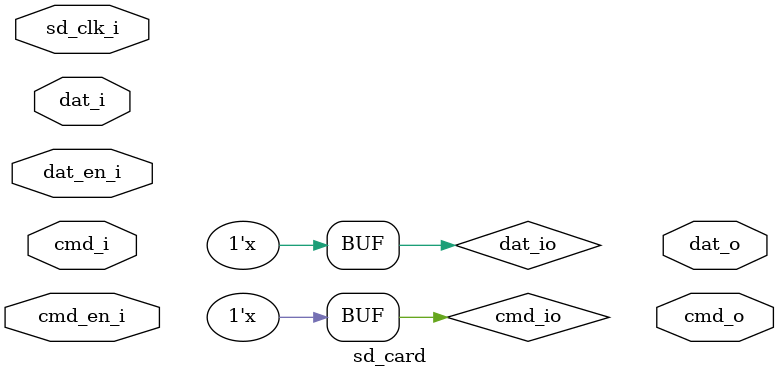
<source format=sv>
module sd_card(
    input  logic       sd_clk_i,

    input  logic       cmd_en_i,
    input  logic       cmd_i,
    output logic       cmd_o,

    input  logic       dat_en_i,
    input  logic [3:0] dat_i,
    output logic [3:0] dat_o
);
`ifdef WITH_SD_MODEL
  tri1 cmd;
  assign cmd = cmd_en_i ? cmd_i : 'z;
  assign cmd_o = cmd;
  
  tri1 [3:0] dat;
  assign dat = dat_en_i ? dat_i : 'z;
  assign dat_o = dat;

  sdModel i_model (
    .sdClk (sd_clk_i),
    .cmd   (cmd),
    .dat   (dat)
  );
`else
  // TODO gpio?
  assign cmd_io = 'bz;
  assign dat_io = 'bz;
`endif
endmodule

</source>
